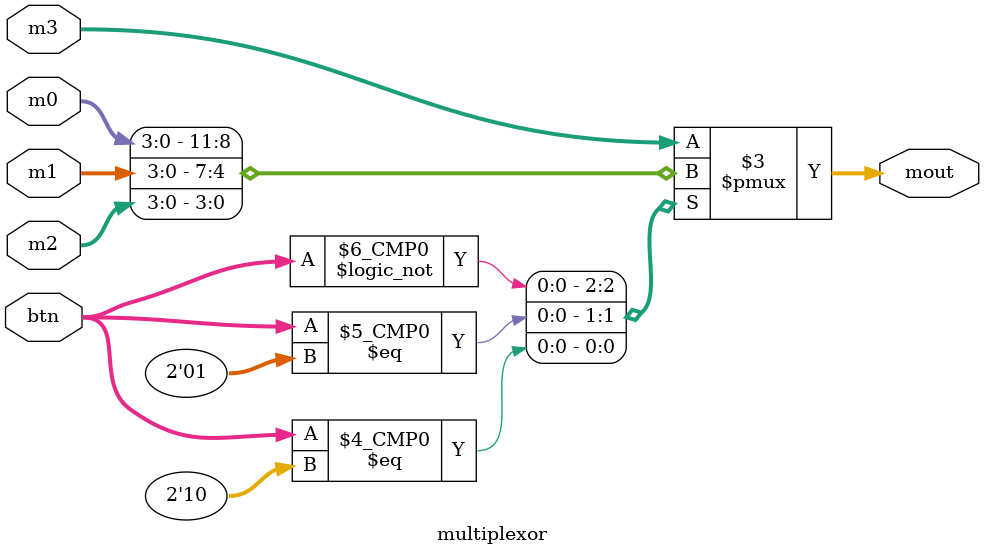
<source format=v>
`timescale 1ns / 1ps
module multiplexor(
    input [3:0] m0,
    input [3:0] m1,
    input [3:0] m2,
    input [3:0] m3,
	 input [1:0] btn,
    output reg [3:0] mout
    );

   always @*
   begin
      case(btn)
         2'b00: mout = m0;
         2'b01: mout = m1;
         2'b10: mout = m2;
			default: mout = m3; 
     endcase
   end


endmodule

</source>
